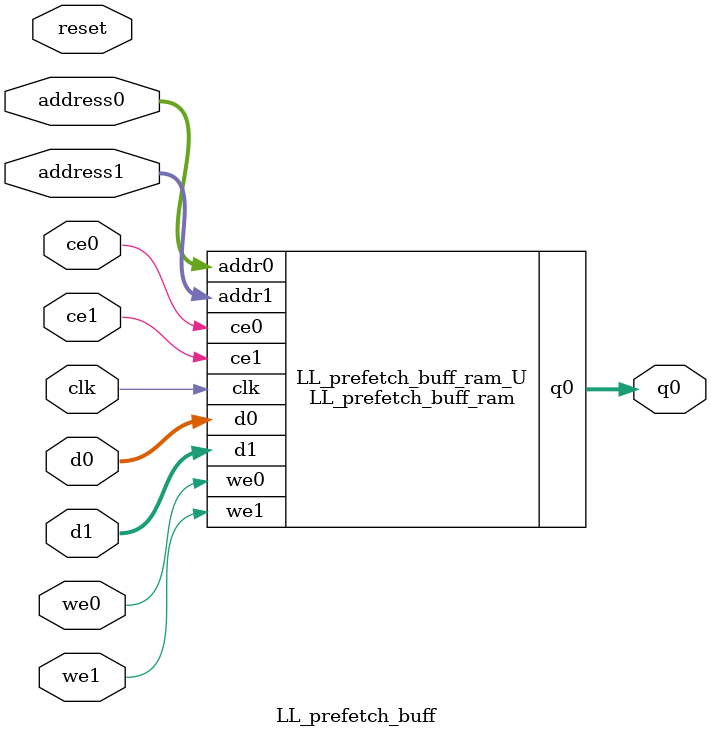
<source format=v>

`timescale 1 ns / 1 ps
module LL_prefetch_buff_ram (addr0, ce0, d0, we0, q0, addr1, ce1, d1, we1,  clk);

parameter DWIDTH = 32;
parameter AWIDTH = 9;
parameter MEM_SIZE = 500;

input[AWIDTH-1:0] addr0;
input ce0;
input[DWIDTH-1:0] d0;
input we0;
output reg[DWIDTH-1:0] q0;
input[AWIDTH-1:0] addr1;
input ce1;
input[DWIDTH-1:0] d1;
input we1;
input clk;

(* ram_style = "block" *)reg [DWIDTH-1:0] ram[0:MEM_SIZE-1];




always @(posedge clk)  
begin 
    if (ce0) 
    begin
        if (we0) 
        begin 
            ram[addr0] <= d0; 
            q0 <= d0;
        end 
        else 
            q0 <= ram[addr0];
    end
end


always @(posedge clk)  
begin 
    if (ce1) 
    begin
        if (we1) 
        begin 
            ram[addr1] <= d1; 
        end 
    end
end


endmodule


`timescale 1 ns / 1 ps
module LL_prefetch_buff(
    reset,
    clk,
    address0,
    ce0,
    we0,
    d0,
    q0,
    address1,
    ce1,
    we1,
    d1);

parameter DataWidth = 32'd32;
parameter AddressRange = 32'd500;
parameter AddressWidth = 32'd9;
input reset;
input clk;
input[AddressWidth - 1:0] address0;
input ce0;
input we0;
input[DataWidth - 1:0] d0;
output[DataWidth - 1:0] q0;
input[AddressWidth - 1:0] address1;
input ce1;
input we1;
input[DataWidth - 1:0] d1;



LL_prefetch_buff_ram LL_prefetch_buff_ram_U(
    .clk( clk ),
    .addr0( address0 ),
    .ce0( ce0 ),
    .d0( d0 ),
    .we0( we0 ),
    .q0( q0 ),
    .addr1( address1 ),
    .ce1( ce1 ),
    .d1( d1 ),
    .we1( we1 ));

endmodule


</source>
